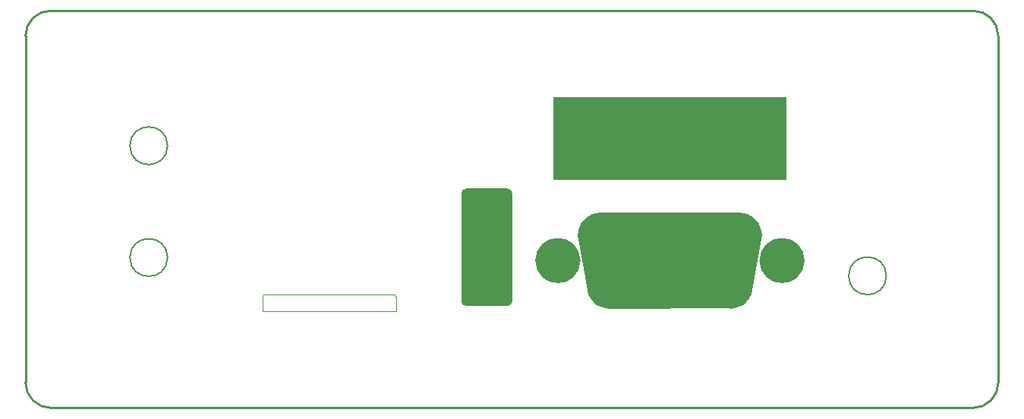
<source format=gbr>
%TF.GenerationSoftware,KiCad,Pcbnew,8.0.8*%
%TF.CreationDate,2025-02-26T19:38:44-05:00*%
%TF.ProjectId,MiniCamel_FrontPlate,4d696e69-4361-46d6-956c-5f46726f6e74,rev?*%
%TF.SameCoordinates,Original*%
%TF.FileFunction,Profile,NP*%
%FSLAX46Y46*%
G04 Gerber Fmt 4.6, Leading zero omitted, Abs format (unit mm)*
G04 Created by KiCad (PCBNEW 8.0.8) date 2025-02-26 19:38:44*
%MOMM*%
%LPD*%
G01*
G04 APERTURE LIST*
%TA.AperFunction,Profile*%
%ADD10C,0.200000*%
%TD*%
%TA.AperFunction,Profile*%
%ADD11C,0.254000*%
%TD*%
%TA.AperFunction,Profile*%
%ADD12C,0.000000*%
%TD*%
%TA.AperFunction,Profile*%
%ADD13C,2.499990*%
%TD*%
%TA.AperFunction,Profile*%
%ADD14C,0.100000*%
%TD*%
G04 APERTURE END LIST*
D10*
X173620000Y-97780000D02*
G75*
G02*
X169420000Y-97780000I-2100000J0D01*
G01*
X169420000Y-97780000D02*
G75*
G02*
X173620000Y-97780000I2100000J0D01*
G01*
X93450000Y-83270000D02*
G75*
G02*
X89250000Y-83270000I-2100000J0D01*
G01*
X89250000Y-83270000D02*
G75*
G02*
X93450000Y-83270000I2100000J0D01*
G01*
X93450000Y-95740000D02*
G75*
G02*
X89250000Y-95740000I-2100000J0D01*
G01*
X89250000Y-95740000D02*
G75*
G02*
X93450000Y-95740000I2100000J0D01*
G01*
D11*
%TO.C,REF\u002A\u002A*%
X77610000Y-71019172D02*
X77610000Y-106997724D01*
X77610000Y-109683095D02*
X77610000Y-106997724D01*
X183300828Y-68210000D02*
X80419172Y-68210000D01*
X183300828Y-112510000D02*
X80436905Y-112510000D01*
X186110000Y-106997771D02*
X186110000Y-71019172D01*
X186110000Y-109700828D02*
X186110000Y-106997771D01*
X77610000Y-71019172D02*
G75*
G02*
X80419172Y-68210000I2809181J-9D01*
G01*
X80436905Y-112510000D02*
G75*
G02*
X77610000Y-109683095I-4J2826901D01*
G01*
X183300828Y-68210000D02*
G75*
G02*
X186110000Y-71019172I-28J-2809200D01*
G01*
X186110000Y-109700828D02*
G75*
G02*
X183300828Y-112510000I-2809200J28D01*
G01*
D12*
%TA.AperFunction,Profile*%
G36*
X131360000Y-88050492D02*
G01*
X131360000Y-88050492D01*
G75*
G02*
X131919017Y-88609509I0J-559008D01*
G01*
X131919017Y-100590491D01*
G75*
G02*
X131360000Y-101149509I-559017J-9D01*
G01*
X126760000Y-101149509D01*
G75*
G02*
X126200983Y-100590492I0J559009D01*
G01*
X126200983Y-88609509D01*
G75*
G02*
X126760000Y-88050492I559017J9D01*
G01*
X131360000Y-88050492D01*
G37*
%TD.AperFunction*%
D13*
X138234225Y-96079240D02*
G75*
G02*
X135734235Y-96079240I-1249995J0D01*
G01*
X135734235Y-96079240D02*
G75*
G02*
X138234225Y-96079240I1249995J0D01*
G01*
X163234175Y-96079240D02*
G75*
G02*
X160734185Y-96079240I-1249995J0D01*
G01*
X160734185Y-96079240D02*
G75*
G02*
X163234175Y-96079240I1249995J0D01*
G01*
D12*
%TA.AperFunction,Profile*%
G36*
X157707330Y-90764800D02*
G01*
X157708350Y-90765310D01*
X157709360Y-90765050D01*
X158182570Y-90908560D01*
X158183330Y-90909320D01*
X158184600Y-90909320D01*
X158620460Y-91142500D01*
X158621220Y-91143260D01*
X158622240Y-91143770D01*
X159004510Y-91457200D01*
X159005020Y-91458220D01*
X159006030Y-91458730D01*
X159319720Y-91841000D01*
X159319980Y-91842010D01*
X159320740Y-91842770D01*
X159553910Y-92278890D01*
X159554170Y-92279910D01*
X159554670Y-92280920D01*
X159698180Y-92753870D01*
X159698180Y-92755140D01*
X159698690Y-92756160D01*
X159747210Y-93248160D01*
X159746950Y-93249170D01*
X159747210Y-93250190D01*
X159704790Y-93679960D01*
X159704790Y-93680210D01*
X159704790Y-93680460D01*
X159702760Y-93683770D01*
X159700980Y-93687320D01*
X159700720Y-93687320D01*
X159700470Y-93687580D01*
X159695900Y-93691130D01*
X158704030Y-99347710D01*
X158698690Y-99402320D01*
X158698190Y-99403080D01*
X158698190Y-99404350D01*
X158554680Y-99877560D01*
X158553910Y-99878320D01*
X158553910Y-99879330D01*
X158320740Y-100315450D01*
X158319980Y-100316210D01*
X158319730Y-100317230D01*
X158006040Y-100699500D01*
X158005020Y-100700010D01*
X158004510Y-100701020D01*
X157622240Y-101014710D01*
X157621230Y-101014970D01*
X157620460Y-101015730D01*
X157184600Y-101248900D01*
X157183330Y-101248900D01*
X157182570Y-101249660D01*
X156709370Y-101393170D01*
X156708350Y-101393170D01*
X156707330Y-101393680D01*
X156227270Y-101440930D01*
X156227020Y-101440670D01*
X156226770Y-101440930D01*
X156223210Y-101439660D01*
X156219400Y-101438390D01*
X156219400Y-101438130D01*
X156219150Y-101438130D01*
X156210000Y-101430000D01*
X142754350Y-101442200D01*
X142753590Y-101441940D01*
X142753080Y-101441940D01*
X142261080Y-101393680D01*
X142260070Y-101393170D01*
X142259050Y-101393170D01*
X141785850Y-101249660D01*
X141785090Y-101248900D01*
X141784070Y-101248900D01*
X141347950Y-101015730D01*
X141347190Y-101014970D01*
X141346180Y-101014710D01*
X140963910Y-100701020D01*
X140963400Y-100700010D01*
X140962380Y-100699500D01*
X140648690Y-100317230D01*
X140648440Y-100316210D01*
X140647680Y-100315450D01*
X140414500Y-99879330D01*
X140414500Y-99878320D01*
X140413740Y-99877560D01*
X140291310Y-99473700D01*
X140291310Y-99472930D01*
X140290810Y-99472170D01*
X140271760Y-99346950D01*
X139264390Y-93688080D01*
X139264650Y-93687830D01*
X139264390Y-93687320D01*
X139221210Y-93250190D01*
X139221720Y-93249170D01*
X139221210Y-93248160D01*
X139269730Y-92756160D01*
X139270230Y-92755140D01*
X139270230Y-92753870D01*
X139413740Y-92280920D01*
X139414510Y-92279910D01*
X139414510Y-92278890D01*
X139647680Y-91842770D01*
X139648440Y-91842010D01*
X139648690Y-91841000D01*
X139962380Y-91458730D01*
X139963400Y-91458220D01*
X139963910Y-91457200D01*
X140346180Y-91143770D01*
X140347190Y-91143260D01*
X140347960Y-91142500D01*
X140783820Y-90909320D01*
X140785090Y-90909320D01*
X140785850Y-90908560D01*
X141259050Y-90765050D01*
X141260070Y-90765310D01*
X141261090Y-90764800D01*
X141741150Y-90717300D01*
X141741400Y-90717550D01*
X141741650Y-90717300D01*
X141745210Y-90718570D01*
X141749020Y-90719840D01*
X141749270Y-90720090D01*
X141749530Y-90720090D01*
X141758420Y-90728220D01*
X157214320Y-90716280D01*
X157214830Y-90716280D01*
X157215330Y-90716280D01*
X157707330Y-90764800D01*
G37*
%TD.AperFunction*%
%TA.AperFunction,Profile*%
G36*
X162445001Y-87080000D02*
G01*
X136474999Y-87080000D01*
X136474999Y-77880000D01*
X162445001Y-77880000D01*
X162445001Y-87080000D01*
G37*
%TD.AperFunction*%
D14*
X104090000Y-100133000D02*
X104090000Y-101743000D01*
X104090000Y-101743000D02*
X118920000Y-101743000D01*
X118649081Y-99863919D02*
X104360000Y-99863000D01*
X118920000Y-101743000D02*
X118919081Y-100133919D01*
X104090000Y-100133000D02*
G75*
G02*
X104360000Y-99863000I270000J0D01*
G01*
X118649081Y-99863919D02*
G75*
G02*
X118919081Y-100133919I1J-269999D01*
G01*
%TD*%
M02*

</source>
